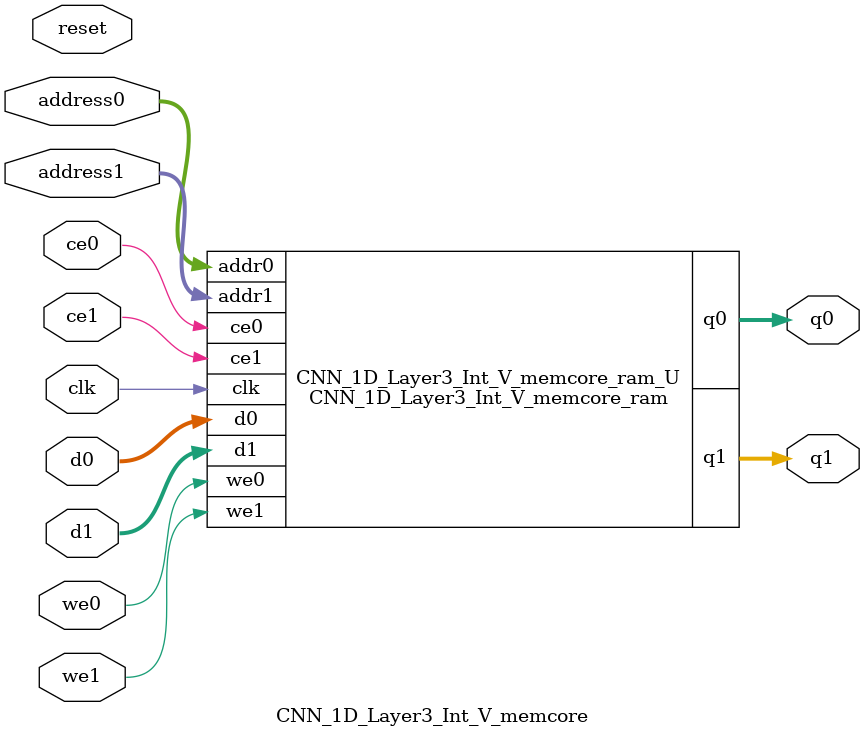
<source format=v>

`timescale 1 ns / 1 ps
module CNN_1D_Layer3_Int_V_memcore_ram (addr0, ce0, d0, we0, q0, addr1, ce1, d1, we1, q1,  clk);

parameter DWIDTH = 17;
parameter AWIDTH = 7;
parameter MEM_SIZE = 120;

input[AWIDTH-1:0] addr0;
input ce0;
input[DWIDTH-1:0] d0;
input we0;
output reg[DWIDTH-1:0] q0;
input[AWIDTH-1:0] addr1;
input ce1;
input[DWIDTH-1:0] d1;
input we1;
output reg[DWIDTH-1:0] q1;
input clk;

(* ram_style = "block" *)reg [DWIDTH-1:0] ram[0:MEM_SIZE-1];




always @(posedge clk)  
begin 
    if (ce0) 
    begin
        if (we0) 
        begin 
            ram[addr0] <= d0; 
            q0 <= d0;
        end 
        else 
            q0 <= ram[addr0];
    end
end


always @(posedge clk)  
begin 
    if (ce1) 
    begin
        if (we1) 
        begin 
            ram[addr1] <= d1; 
            q1 <= d1;
        end 
        else 
            q1 <= ram[addr1];
    end
end


endmodule


`timescale 1 ns / 1 ps
module CNN_1D_Layer3_Int_V_memcore(
    reset,
    clk,
    address0,
    ce0,
    we0,
    d0,
    q0,
    address1,
    ce1,
    we1,
    d1,
    q1);

parameter DataWidth = 32'd17;
parameter AddressRange = 32'd120;
parameter AddressWidth = 32'd7;
input reset;
input clk;
input[AddressWidth - 1:0] address0;
input ce0;
input we0;
input[DataWidth - 1:0] d0;
output[DataWidth - 1:0] q0;
input[AddressWidth - 1:0] address1;
input ce1;
input we1;
input[DataWidth - 1:0] d1;
output[DataWidth - 1:0] q1;



CNN_1D_Layer3_Int_V_memcore_ram CNN_1D_Layer3_Int_V_memcore_ram_U(
    .clk( clk ),
    .addr0( address0 ),
    .ce0( ce0 ),
    .d0( d0 ),
    .we0( we0 ),
    .q0( q0 ),
    .addr1( address1 ),
    .ce1( ce1 ),
    .d1( d1 ),
    .we1( we1 ),
    .q1( q1 ));

endmodule


</source>
